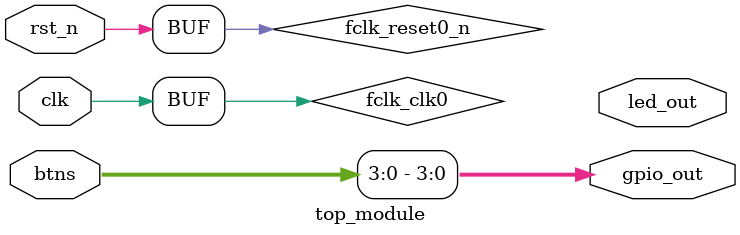
<source format=v>
module top_module (
    input wire clk,
    input wire rst_n,
    input wire [4:0] btns,
    output wire [3:0] gpio_out,
    output wire [7:0] led_out
);

    wire fclk_clk0;
    wire fclk_reset0_n;
    wire axi_gpio_0_gpio;
    wire axi_gpio_0_gpio_o;
    wire axi_gpio_0_gpio_t;
    wire proc_sys_reset_0_n;

    wire rsta_busy_0;
    wire blk_mem_gen_0_rsta_busy;
    wire btns_5bits;

    wire [31:0] mem_data;
    wire mem_addr;

    assign fclk_clk0 = clk;
    assign fclk_reset0_n = rst_n;

    assign gpio_out = btns[3:0];

    
endmodule

</source>
